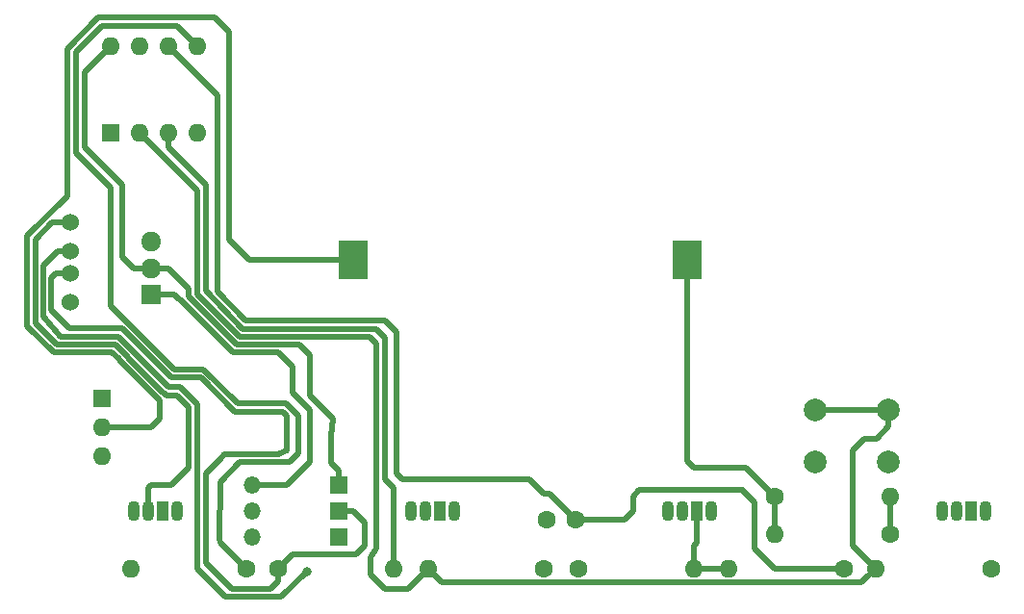
<source format=gbl>
G04 #@! TF.GenerationSoftware,KiCad,Pcbnew,(5.1.5-0-10_14)*
G04 #@! TF.CreationDate,2020-10-20T19:31:47+02:00*
G04 #@! TF.ProjectId,badge_2020,62616467-655f-4323-9032-302e6b696361,rev?*
G04 #@! TF.SameCoordinates,Original*
G04 #@! TF.FileFunction,Copper,L2,Bot*
G04 #@! TF.FilePolarity,Positive*
%FSLAX46Y46*%
G04 Gerber Fmt 4.6, Leading zero omitted, Abs format (unit mm)*
G04 Created by KiCad (PCBNEW (5.1.5-0-10_14)) date 2020-10-20 19:31:47*
%MOMM*%
%LPD*%
G04 APERTURE LIST*
%ADD10C,1.524000*%
%ADD11O,1.600000X1.600000*%
%ADD12R,1.600000X1.600000*%
%ADD13R,2.540000X3.510000*%
%ADD14C,1.600000*%
%ADD15O,1.070000X1.800000*%
%ADD16R,1.070000X1.800000*%
%ADD17O,1.500000X1.500000*%
%ADD18R,1.500000X1.500000*%
%ADD19O,1.800000X1.717500*%
%ADD20R,1.800000X1.717500*%
%ADD21C,2.000000*%
%ADD22C,0.800000*%
%ADD23C,0.500000*%
G04 APERTURE END LIST*
D10*
X132364000Y-116276000D03*
X132364000Y-113776000D03*
X132364000Y-111776000D03*
X132364000Y-109276000D03*
D11*
X135890000Y-93726000D03*
X143510000Y-101346000D03*
X138430000Y-93726000D03*
X140970000Y-101346000D03*
X140970000Y-93726000D03*
X138430000Y-101346000D03*
X143510000Y-93726000D03*
D12*
X135890000Y-101346000D03*
D13*
X186638000Y-112522000D03*
X157278000Y-112522000D03*
D14*
X176784000Y-135382000D03*
X174244000Y-135382000D03*
D15*
X209042000Y-134620000D03*
X210312000Y-134620000D03*
X212852000Y-134620000D03*
D16*
X211582000Y-134620000D03*
D15*
X184912000Y-134620000D03*
X186182000Y-134620000D03*
X188722000Y-134620000D03*
D16*
X187452000Y-134620000D03*
D15*
X162306000Y-134620000D03*
X163576000Y-134620000D03*
X166116000Y-134620000D03*
D16*
X164846000Y-134620000D03*
D15*
X137922000Y-134620000D03*
X139192000Y-134620000D03*
X141732000Y-134620000D03*
D16*
X140462000Y-134620000D03*
D11*
X135128000Y-127254000D03*
X135128000Y-129794000D03*
D12*
X135128000Y-124714000D03*
D17*
X148336000Y-132334000D03*
D18*
X155956000Y-132334000D03*
D17*
X148336000Y-136906000D03*
D18*
X155956000Y-136906000D03*
D17*
X148336000Y-134620000D03*
D18*
X155956000Y-134620000D03*
D11*
X203200000Y-139700000D03*
D14*
X213360000Y-139700000D03*
D11*
X137668000Y-139700000D03*
D14*
X147828000Y-139700000D03*
D11*
X190246000Y-139700000D03*
D14*
X200406000Y-139700000D03*
D11*
X204470000Y-133350000D03*
D14*
X194310000Y-133350000D03*
D19*
X139446000Y-110990000D03*
X139446000Y-113280000D03*
D20*
X139446000Y-115570000D03*
D11*
X194310000Y-136652000D03*
D14*
X204470000Y-136652000D03*
D11*
X187198000Y-139700000D03*
D14*
X177038000Y-139700000D03*
D11*
X160782000Y-139700000D03*
D14*
X150622000Y-139700000D03*
D11*
X163830000Y-139700000D03*
D14*
X173990000Y-139700000D03*
D21*
X204366000Y-130302000D03*
X204366000Y-125802000D03*
X197866000Y-130302000D03*
X197866000Y-125802000D03*
D22*
X153162000Y-139954000D03*
D23*
X130891048Y-120705011D02*
X128582970Y-118396933D01*
X128582970Y-118396933D02*
X128582970Y-110431030D01*
X136049163Y-120705011D02*
X130891048Y-120705011D01*
X136652000Y-121307848D02*
X136049163Y-120705011D01*
X128582970Y-110431030D02*
X132080000Y-106934000D01*
X134838047Y-91247990D02*
X145095990Y-91247990D01*
X132080000Y-94006038D02*
X134838047Y-91247990D01*
X132080000Y-106934000D02*
X132080000Y-94006038D01*
X145095990Y-91247990D02*
X146304000Y-92456000D01*
X146304000Y-92456000D02*
X146304000Y-105664000D01*
X146304000Y-105664000D02*
X146304000Y-106426000D01*
X146304000Y-110744000D02*
X148082000Y-112522000D01*
X148082000Y-112522000D02*
X157278000Y-112522000D01*
X146304000Y-105664000D02*
X146304000Y-110744000D01*
X136652000Y-121385962D02*
X136652000Y-121307848D01*
X140208000Y-126492000D02*
X140208000Y-124941962D01*
X139446000Y-127254000D02*
X140208000Y-126492000D01*
X140208000Y-124941962D02*
X136652000Y-121385962D01*
X135128000Y-127254000D02*
X139446000Y-127254000D01*
X194310000Y-133604000D02*
X194310000Y-136652000D01*
X193040000Y-132080000D02*
X194310000Y-133350000D01*
X187198000Y-130810000D02*
X191770000Y-130810000D01*
X191770000Y-130810000D02*
X194310000Y-133350000D01*
X136339115Y-120005001D02*
X137453057Y-121118943D01*
X139192000Y-132588000D02*
X139192000Y-134620000D01*
X131181001Y-120005001D02*
X136339115Y-120005001D01*
X130754000Y-109276000D02*
X129282980Y-110747020D01*
X129282980Y-118106980D02*
X131181001Y-120005001D01*
X129282980Y-110747020D02*
X129282980Y-118106980D01*
X132364000Y-109276000D02*
X130754000Y-109276000D01*
X186638000Y-130250000D02*
X187198000Y-130810000D01*
X186638000Y-112522000D02*
X186638000Y-130250000D01*
X137453057Y-121118943D02*
X137453057Y-121197057D01*
X140540113Y-124206000D02*
X140794113Y-124460000D01*
X140462000Y-124206000D02*
X140540113Y-124206000D01*
X137453057Y-121197057D02*
X140462000Y-124206000D01*
X140794113Y-124460000D02*
X141732000Y-124460000D01*
X141732000Y-124460000D02*
X142748000Y-125476000D01*
X142748000Y-125476000D02*
X142748000Y-130810000D01*
X142748000Y-130810000D02*
X141224000Y-132334000D01*
X139446000Y-132334000D02*
X139192000Y-132588000D01*
X141224000Y-132334000D02*
X139446000Y-132334000D01*
X157226000Y-134620000D02*
X155956000Y-134620000D01*
X158242000Y-137668000D02*
X158242000Y-135636000D01*
X157480000Y-138430000D02*
X158242000Y-137668000D01*
X151892000Y-138430000D02*
X157480000Y-138430000D01*
X158242000Y-135636000D02*
X157226000Y-134620000D01*
X150622000Y-139700000D02*
X151892000Y-138430000D01*
X144272000Y-131344037D02*
X144272000Y-139192000D01*
X149975370Y-141478000D02*
X150622000Y-140831370D01*
X145555018Y-130061018D02*
X144272000Y-131344037D01*
X150752020Y-129663980D02*
X145952057Y-129663980D01*
X146558000Y-141478000D02*
X149975370Y-141478000D01*
X150814010Y-129601990D02*
X150752020Y-129663980D01*
X150622000Y-140831370D02*
X150622000Y-139700000D01*
X132364000Y-113776000D02*
X131080000Y-113776000D01*
X146859017Y-125936983D02*
X151082983Y-125936983D01*
X136919019Y-118604981D02*
X141237019Y-122922981D01*
X144272000Y-139192000D02*
X146558000Y-141478000D01*
X141237019Y-122922981D02*
X143845017Y-122922981D01*
X151384000Y-129286000D02*
X150814010Y-129601990D01*
X132320981Y-118604981D02*
X136919019Y-118604981D01*
X151082983Y-125936983D02*
X151384000Y-126238000D01*
X130683000Y-116967000D02*
X132320981Y-118604981D01*
X145952057Y-129663980D02*
X145555018Y-130061018D01*
X151384000Y-126238000D02*
X151384000Y-129286000D01*
X130683000Y-114173000D02*
X130683000Y-116967000D01*
X131080000Y-113776000D02*
X130683000Y-114173000D01*
X143845017Y-122922981D02*
X146859017Y-125936983D01*
X202400001Y-140499999D02*
X203200000Y-139700000D01*
X201949999Y-140950001D02*
X202400001Y-140499999D01*
X165080001Y-140950001D02*
X201949999Y-140950001D01*
X163830000Y-139700000D02*
X165080001Y-140950001D01*
X162052000Y-141478000D02*
X163830000Y-139700000D01*
X160020000Y-141478000D02*
X162052000Y-141478000D01*
X158750000Y-140208000D02*
X160020000Y-141478000D01*
X158750000Y-138684000D02*
X158750000Y-140208000D01*
X158688010Y-119318010D02*
X159258000Y-119888000D01*
X143571990Y-106487990D02*
X143571990Y-115279331D01*
X147266873Y-119318010D02*
X158688010Y-119318010D01*
X143569765Y-115566373D02*
X143569765Y-115620902D01*
X143571990Y-115279331D02*
X143569765Y-115566373D01*
X143569765Y-115620902D02*
X147266873Y-119318010D01*
X138430000Y-101346000D02*
X143571990Y-106487990D01*
X159258000Y-137922000D02*
X158750000Y-138684000D01*
X159258000Y-122682000D02*
X159258000Y-137922000D01*
X159258000Y-119888000D02*
X159258000Y-122682000D01*
X204366000Y-127216213D02*
X203312213Y-128270000D01*
X204366000Y-125802000D02*
X204366000Y-127216213D01*
X203312213Y-128270000D02*
X202184000Y-128270000D01*
X202184000Y-128270000D02*
X201168000Y-129286000D01*
X201168000Y-137668000D02*
X203200000Y-139700000D01*
X201168000Y-129286000D02*
X201168000Y-137668000D01*
X197866000Y-125802000D02*
X204366000Y-125802000D01*
X187198000Y-137668000D02*
X187198000Y-139700000D01*
X187452000Y-137414000D02*
X187198000Y-137668000D01*
X187452000Y-134620000D02*
X187452000Y-137414000D01*
X187198000Y-139700000D02*
X190246000Y-139700000D01*
X137918000Y-113280000D02*
X139446000Y-113280000D01*
X135890000Y-93726000D02*
X133604000Y-96012000D01*
X136906000Y-112268000D02*
X137918000Y-113280000D01*
X133604000Y-102642037D02*
X136906000Y-105944038D01*
X136906000Y-105944038D02*
X136906000Y-112268000D01*
X133604000Y-96012000D02*
X133604000Y-102642037D01*
X155344000Y-127762000D02*
X155344000Y-127912000D01*
X152530020Y-120018020D02*
X153416000Y-120904000D01*
X146976920Y-120018020D02*
X152530020Y-120018020D01*
X153416000Y-120904000D02*
X153416000Y-124460000D01*
X142748000Y-115789100D02*
X146976920Y-120018020D01*
X153416000Y-124460000D02*
X155448000Y-126492000D01*
X142748000Y-115062000D02*
X142748000Y-115789100D01*
X140966000Y-113280000D02*
X142748000Y-115062000D01*
X155448000Y-126492000D02*
X155344000Y-128016000D01*
X139446000Y-113280000D02*
X140966000Y-113280000D01*
X155344000Y-130452000D02*
X155344000Y-127762000D01*
X155956000Y-131064000D02*
X155344000Y-130452000D01*
X155956000Y-132334000D02*
X155956000Y-131064000D01*
X160782000Y-132588000D02*
X160782000Y-139700000D01*
X160020000Y-119380000D02*
X160020000Y-131826000D01*
X159258000Y-118618000D02*
X160020000Y-119380000D01*
X160020000Y-131826000D02*
X160782000Y-132588000D01*
X147556826Y-118618000D02*
X159258000Y-118618000D01*
X144272000Y-115281853D02*
X147556826Y-118618000D01*
X144272000Y-105918000D02*
X144272000Y-115281853D01*
X140970000Y-102616000D02*
X144272000Y-105918000D01*
X140970000Y-101346000D02*
X140970000Y-102616000D01*
X204470000Y-133604000D02*
X204470000Y-136652000D01*
X151892000Y-121920000D02*
X151892000Y-124206000D01*
X150690030Y-120718030D02*
X151892000Y-121920000D01*
X151384000Y-132334000D02*
X148336000Y-132334000D01*
X146686967Y-120718030D02*
X150690030Y-120718030D01*
X141986000Y-116017062D02*
X146686967Y-120718030D01*
X151892000Y-124206000D02*
X153416000Y-125730000D01*
X153416000Y-125730000D02*
X153416000Y-130302000D01*
X153416000Y-130302000D02*
X151384000Y-132334000D01*
X141925062Y-116017062D02*
X141478000Y-115570000D01*
X141986000Y-116017062D02*
X141925062Y-116017062D01*
X141478000Y-115570000D02*
X139446000Y-115570000D01*
X132842000Y-103124000D02*
X135890000Y-106172000D01*
X132842000Y-94234000D02*
X132842000Y-103124000D01*
X135128000Y-91948000D02*
X132842000Y-94234000D01*
X141732000Y-91948000D02*
X135128000Y-91948000D01*
X143510000Y-93726000D02*
X141732000Y-91948000D01*
X141478000Y-122174000D02*
X135890000Y-116586000D01*
X147099999Y-125188001D02*
X144085998Y-122174000D01*
X152400000Y-126238000D02*
X151350001Y-125188001D01*
X151350001Y-125188001D02*
X147099999Y-125188001D01*
X151638000Y-130302000D02*
X152400000Y-129540000D01*
X151191990Y-130363990D02*
X151384000Y-130302000D01*
X135890000Y-116586000D02*
X135890000Y-106172000D01*
X147828000Y-139700000D02*
X145542000Y-137414000D01*
X152400000Y-129540000D02*
X152400000Y-126238000D01*
X151384000Y-130302000D02*
X151638000Y-130302000D01*
X144085998Y-122174000D02*
X141478000Y-122174000D01*
X145542000Y-132080000D02*
X147258010Y-130363990D01*
X145480010Y-137098010D02*
X145542000Y-132080000D01*
X147258010Y-130363990D02*
X151191990Y-130363990D01*
X145542000Y-137414000D02*
X145480010Y-137098010D01*
X192532000Y-137922000D02*
X194310000Y-139700000D01*
X192532000Y-133858000D02*
X192532000Y-137922000D01*
X191516000Y-132842000D02*
X192532000Y-133858000D01*
X191516000Y-132780010D02*
X191516000Y-132842000D01*
X182433990Y-132780010D02*
X191516000Y-132780010D01*
X194310000Y-139700000D02*
X200406000Y-139700000D01*
X181864000Y-133350000D02*
X182433990Y-132780010D01*
X181102000Y-135382000D02*
X181864000Y-134620000D01*
X176784000Y-135382000D02*
X181102000Y-135382000D01*
X181864000Y-134620000D02*
X181864000Y-133350000D01*
X161036000Y-118872000D02*
X161036000Y-131318000D01*
X174498000Y-133096000D02*
X176784000Y-135382000D01*
X147808311Y-117875689D02*
X160039689Y-117875689D01*
X173990000Y-133096000D02*
X174498000Y-133096000D01*
X161544000Y-131826000D02*
X172720000Y-131826000D01*
X161036000Y-131318000D02*
X161544000Y-131826000D01*
X160039689Y-117875689D02*
X161036000Y-118872000D01*
X172720000Y-131826000D02*
X173990000Y-133096000D01*
X145288000Y-115316000D02*
X147808311Y-117875689D01*
X145288000Y-98044000D02*
X145288000Y-115316000D01*
X140970000Y-93726000D02*
X145288000Y-98044000D01*
X153162000Y-139954000D02*
X153162000Y-139954000D01*
X129982990Y-117536990D02*
X130048000Y-117602000D01*
X129982990Y-113079380D02*
X131286370Y-111776000D01*
X129982990Y-117510953D02*
X129982990Y-113079380D01*
X130048000Y-117575963D02*
X129982990Y-117510953D01*
X131286370Y-111776000D02*
X132364000Y-111776000D01*
X130048000Y-117602000D02*
X130048000Y-117575963D01*
X145988010Y-142178010D02*
X150937990Y-142178010D01*
X143510000Y-139700000D02*
X145988010Y-142178010D01*
X143510000Y-125222000D02*
X143510000Y-139700000D01*
X141022076Y-123698000D02*
X141986000Y-123698000D01*
X150937990Y-142178010D02*
X153162000Y-139954000D01*
X141986000Y-123698000D02*
X143510000Y-125222000D01*
X130048000Y-117602000D02*
X131523028Y-119304991D01*
X136629067Y-119304991D02*
X141022076Y-123698000D01*
X131523028Y-119304991D02*
X136629067Y-119304991D01*
M02*

</source>
